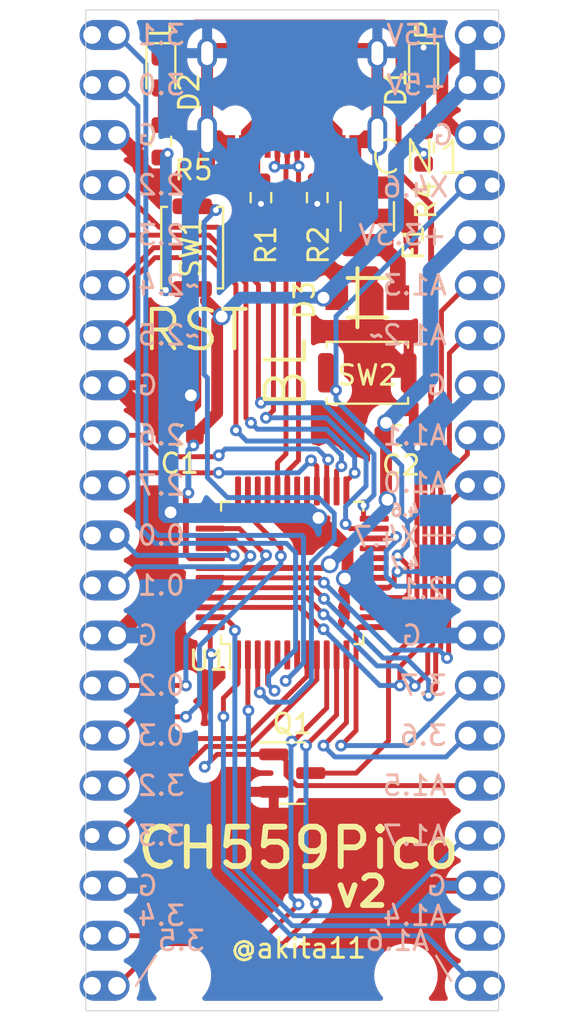
<source format=kicad_pcb>
(kicad_pcb (version 20211014) (generator pcbnew)
  (layers (0 "F.Cu" signal) (31 "B.Cu" signal) (34 "B.Paste" user) (35 "F.Paste" user) (36 "B.SilkS" user "B.Silkscreen") (37 "F.SilkS" user "F.Silkscreen") (38 "B.Mask" user) (39 "F.Mask" user) (44 "Edge.Cuts" user))
  (net 0 "")
  (net 1 "GND")
  (net 2 "+5V")
  (net 3 "+3V3")
  (net 4 "Net-(CN1-PadB5)")
  (net 6 "/UDP")
  (net 7 "/UDM")
  (net 8 "Net-(CN1-PadA5)")
  (net 10 "Net-(CN1-PadA4)")
  (net 11 "Net-(D1-Pad2)")
  (net 12 "Net-(D2-Pad1)")
  (net 13 "/P3.7")
  (net 14 "/P3.6")
  (net 15 "/P3.5")
  (net 16 "/P3.4")
  (net 17 "/P2.0")
  (net 18 "/P2.1")
  (net 19 "/P2.2")
  (net 20 "/P2.3")
  (net 21 "/P2.4")
  (net 22 "/P2.5")
  (net 23 "/P2.6")
  (net 24 "/P2.7")
  (net 25 "/P3.3")
  (net 26 "/P3.2")
  (net 27 "/P3.0")
  (net 28 "/P3.1")
  (net 29 "/P1.3")
  (net 30 "/P1.2")
  (net 31 "/P1.1")
  (net 32 "/P1.0")
  (net 33 "/P0.2")
  (net 34 "/P0.1")
  (net 35 "/P0.0")
  (net 36 "/P1.5")
  (net 37 "/P1.7")
  (net 38 "/P1.4")
  (net 39 "/P1.6")
  (net 40 "/RST")
  (net 41 "/P0.3")
  (net 42 "/P0.4")
  (net 43 "/P0.5")
  (net 44 "/P0.6")
  (net 45 "/P0.7")
  (net 46 "/P5.4")
  (net 47 "/P5.5")
  (net 48 "/P4.0")
  (net 49 "/P4.1")
  (net 50 "/P4.7")
  (net 51 "/P4.6")
  (net 52 "/P4.2")
  (net 53 "/P4.3")
  (net 54 "/P4.4")
  (net 55 "/P4.5")
  (net 56 "Net-(D3-PadA)")
  (net 57 "Net-(D2-Pad2)")
  (footprint "Capacitor_SMD:C_0603_1608Metric" (layer "F.Cu") (at 4.7625 21.59 180)
    (fp_text reference "C1")
    (fp_text value "0.1u")
  )
  (footprint "LED_SMD:LED_0603_1608Metric" (layer "F.Cu") (at 17.145 3.175 -90)
    (fp_text reference "D1")
    (fp_text value "LED")
  )
  (footprint "Resistor_SMD:R_1210_3225Metric" (layer "F.Cu") (at 14.2875 10.4775 90)
    (fp_text reference "F1")
    (fp_text value "Polyfuse")
  )
  (footprint "Package_TO_SOT_SMD:SOT-23" (layer "F.Cu") (at 10.4775 38.735)
    (fp_text reference "Q1")
    (fp_text value "TR_NMOS_IRLML6344")
  )
  (footprint "Resistor_SMD:R_0603_1608Metric" (layer "F.Cu") (at 8.89 9.525 -90)
    (fp_text reference "R1")
    (fp_text value "5.1k")
  )
  (footprint "Resistor_SMD:R_0603_1608Metric" (layer "F.Cu") (at 11.7475 9.525 -90)
    (fp_text reference "R2")
    (fp_text value "5.1k")
  )
  (footprint "Resistor_SMD:R_0603_1608Metric" (layer "F.Cu") (at 17.145 6.985 -90)
    (fp_text reference "R4")
    (fp_text value "1k")
  )
  (footprint "Resistor_SMD:R_0603_1608Metric" (layer "F.Cu") (at 3.81 6.6675 -90)
    (fp_text reference "R5")
    (fp_text value "1k")
  )
  (footprint "Button_Switch_SMD:SW_Push_SPST_NO_Alps_SKRK" (layer "F.Cu") (at 5.3975 12.065 -90)
    (fp_text reference "SW1")
    (fp_text value "SW_Push")
  )
  (footprint "akita:Socker2.54mm_20p_OvalPad" (layer "F.Cu") (at 0.3175 25.4)
    (fp_text reference "J1" hide)
    (fp_text value "Conn_01x20")
  )
  (footprint "Package_QFP:LQFP-48_7x7mm_P0.5mm" (layer "F.Cu") (at 10.4775 28.575 90)
    (fp_text reference "U1")
    (fp_text value "MCU_CH559L")
  )
  (footprint "akita:Socker2.54mm_20p_OvalPad" (layer "F.Cu") (at 20.6375 25.4 180)
    (fp_text reference "J2" hide)
    (fp_text value "Conn_01x20")
  )
  (footprint "Capacitor_SMD:C_0603_1608Metric" (layer "F.Cu") (at 15.875 21.59)
    (fp_text reference "C2")
    (fp_text value "0.1u")
  )
  (footprint "akita:D_SOD123FL" (layer "F.Cu") (at 14.2875 14.605 180)
    (fp_text reference "D3")
    (fp_text value "DIODE")
  )
  (footprint "Button_Switch_SMD:SW_Push_SPST_NO_Alps_SKRK" (layer "F.Cu") (at 14.2875 18.415)
    (fp_text reference "SW2")
    (fp_text value "SW_Push")
  )
  (footprint "akita:USB-C_16P_TH" (layer "F.Cu") (at 10.4775 5.93 180)
    (fp_text reference "CN1")
    (fp_text value "CON_USB-C-16" hide)
  )
  (footprint "LED_SMD:LED_0603_1608Metric" (layer "F.Cu") (at 3.81 3.175 -90)
    (fp_text reference "D2")
    (fp_text value "LED")
  )
  (footprint "MountingHole:MountingHole_2.2mm_M2" (layer "F.Cu") (at 16.25 49)
    (fp_text reference "REF**" hide)
    (fp_text value "MountingHole_2.2mm_M2" hide)
  )
  (footprint "MountingHole:MountingHole_2.2mm_M2" (layer "F.Cu") (at 4.75 49)
    (fp_text reference "REF**" hide)
    (fp_text value "MountingHole_2.2mm_M2" hide)
  )
  (footprint "akita:Pad_SMD1.6mm" (layer "B.Cu") (at 17.75 27.94 180)
    (fp_text reference "J4" hide)
    (fp_text value "Conn_01x01" hide)
  )
  (footprint "akita:Pad_SMD1.6mm" (layer "B.Cu") (at 17.75 25.4 180)
    (fp_text reference "J3" hide)
    (fp_text value "Conn_01x01" hide)
  )
  (gr_line (start 18.542 49.276) (end 17.78 48.006) (layer "B.SilkS") (width 0.12))
  (gr_line (start 2.54 49.53) (end 3.556 48.006) (layer "B.SilkS") (width 0.12))
  (gr_line (start 18.7325 26.67) (end 17.145 26.67) (layer "B.SilkS") (width 0.12))
  (gr_line (start 0 50.8) (end 0 0) (layer "Edge.Cuts") (width 0.05))
  (gr_line (start 0 50.8) (end 20.955 50.8) (layer "Edge.Cuts") (width 0.05))
  (gr_line (start 0 0) (end 20.955 0) (layer "Edge.Cuts") (width 0.05))
  (gr_line (start 20.955 0) (end 20.955 50.8) (layer "Edge.Cuts") (width 0.05))
  (gr_text "A1.6" (at 17.526 47.244) (layer "B.SilkS") (effects (font (size 1 1)) (justify left mirror)))
  (gr_text "0.0" (at 2.54 26.67) (layer "B.SilkS") (effects (font (size 1 1)) (justify right mirror)))
  (gr_text "3.1" (at 2.54 1.27) (layer "B.SilkS") (effects (font (size 1 1)) (justify right mirror)))
  (gr_text "A1.3" (at 18.415 13.97) (layer "B.SilkS") (effects (font (size 1 1)) (justify left mirror)))
  (gr_text "0.3" (at 2.54 36.83) (layer "B.SilkS") (effects (font (size 1 1)) (justify right mirror)))
  (gr_text "3.4" (at 2.54 45.974) (layer "B.SilkS") (effects (font (size 1 1)) (justify right mirror)))
  (gr_text "3.6" (at 18.415 36.83) (layer "B.SilkS") (effects (font (size 1 1)) (justify left mirror)))
  (gr_text "A1.7" (at 18.415 41.91) (layer "B.SilkS") (effects (font (size 1 1)) (justify left mirror)))
  (gr_text "X4.6\n" (at 18.5 9) (layer "B.SilkS") (effects (font (size 1 1)) (justify left mirror)))
  (gr_text "3.0" (at 2.54 3.81) (layer "B.SilkS") (effects (font (size 1 1)) (justify right mirror)))
  (gr_text "X4.7" (at 17 26.75) (layer "B.SilkS") (effects (font (size 1 1)) (justify left mirror)))
  (gr_text "4.7" (at 16.2 28.1) (layer "B.SilkS") (effects (font (size 0.6 0.6)) (justify mirror)))
  (gr_text "~2.5" (at 2.54 16.51) (layer "B.SilkS") (effects (font (size 1 1)) (justify right mirror)))
  (gr_text "~2.4" (at 2.54 13.97) (layer "B.SilkS") (effects (font (size 1 1)) (justify right mirror)))
  (gr_text "G" (at 2.54 31.75) (layer "B.SilkS") (effects (font (size 1 1)) (justify right mirror)))
  (gr_text "2.7" (at 2.54 24.13) (layer "B.SilkS") (effects (font (size 1 1)) (justify right mirror)))
  (gr_text "G" (at 18.75 6.35) (layer "B.SilkS") (effects (font (size 1 1)) (justify left mirror)))
  (gr_text "G" (at 18.415 44.45) (layer "B.SilkS") (effects (font (size 1 1)) (justify left mirror)))
  (gr_text "2.1" (at 18.415 29.4) (layer "B.SilkS") (effects (font (size 1 1)) (justify left mirror)))
  (gr_text "A1.1" (at 18.415 21.59) (layer "B.SilkS") (effects (font (size 1 1)) (justify left mirror)))
  (gr_text "2.2" (at 2.54 8.89) (layer "B.SilkS") (effects (font (size 1 1)) (justify right mirror)))
  (gr_text "G" (at 2.54 6.35) (layer "B.SilkS") (effects (font (size 1 1)) (justify right mirror)))
  (gr_text "2.6" (at 2.54 21.59) (layer "B.SilkS") (effects (font (size 1 1)) (justify right mirror)))
  (gr_text "+3.3V" (at 18.415 11.43) (layer "B.SilkS") (effects (font (size 1 1)) (justify left mirror)))
  (gr_text "G" (at 17.145 31.75) (layer "B.SilkS") (effects (font (size 1 1)) (justify left mirror)))
  (gr_text "3.2" (at 2.54 39.37) (layer "B.SilkS") (effects (font (size 1 1)) (justify right mirror)))
  (gr_text "+5V" (at 18.415 1.27) (layer "B.SilkS") (effects (font (size 1 1)) (justify left mirror)))
  (gr_text "A1.5" (at 18.415 39.37) (layer "B.SilkS") (effects (font (size 1 1)) (justify left mirror)))
  (gr_text "G" (at 2.54 44.45) (layer "B.SilkS") (effects (font (size 1 1)) (justify right mirror)))
  (gr_text "3.3" (at 2.54 41.91) (layer "B.SilkS") (effects (font (size 1 1)) (justify right mirror)))
  (gr_text "4.6" (at 16.2 25.4) (layer "B.SilkS") (effects (font (size 0.6 0.6)) (justify mirror)))
  (gr_text "+5V" (at 18.415 3.81) (layer "B.SilkS") (effects (font (size 1 1)) (justify left mirror)))
  (gr_text "G" (at 18.415 19.05) (layer "B.SilkS") (effects (font (size 1 1)) (justify left mirror)))
  (gr_text "2.3" (at 2.54 11.43) (layer "B.SilkS") (effects (font (size 1 1)) (justify right mirror)))
  (gr_text "3.5" (at 3.556 47.244) (layer "B.SilkS") (effects (font (size 1 1)) (justify right mirror)))
  (gr_text "A1.0" (at 18.415 24) (layer "B.SilkS") (effects (font (size 1 1)) (justify left mirror)))
  (gr_text "A1.4" (at 18.415 45.974) (layer "B.SilkS") (effects (font (size 1 1)) (justify left mirror)))
  (gr_text "G" (at 2.54 19.05) (layer "B.SilkS") (effects (font (size 1 1)) (justify right mirror)))
  (gr_text "0.1" (at 2.54 29.21) (layer "B.SilkS") (effects (font (size 1 1)) (justify right mirror)))
  (gr_text "0.2" (at 2.54 34.29) (layer "B.SilkS") (effects (font (size 1 1)) (justify right mirror)))
  (gr_text "3.7" (at 18.415 34.29) (layer "B.SilkS") (effects (font (size 1 1)) (justify left mirror)))
  (gr_text "A1.2~" (at 18.415 16.51) (layer "B.SilkS") (effects (font (size 1 1)) (justify left mirror)))
  (gr_text "BL" (at 10.16 18.415 90) (layer "F.SilkS") (effects (font (size 2 2) (thickness 0.2))))
  (gr_text "L" (at 3.81 1.016 90) (layer "F.SilkS") (effects (font (size 1 1))))
  (gr_text "@akita11" (at 10.795 47.625) (layer "F.SilkS") (effects (font (size 1 1))))
  (gr_text "P\n" (at 17.272 1.016 90) (layer "F.SilkS") (effects (font (size 1 1))))
  (gr_text "CH559Pico" (at 10.795 42.545) (layer "F.SilkS") (effects (font (size 2 2) (thickness 0.3))))
  (gr_text "v2" (at 14 44.75) (layer "F.SilkS") (effects (font (size 1.5 1.5) (thickness 0.3))))
  (gr_text "RST" (at 5.588 16.256) (layer "F.SilkS") (effects (font (size 2 2) (thickness 0.2))))
  (segment (start 14.7975 6.15) (end 14.7975 1.98) (width 0.6) (layer "F.Cu") (net 1))
  (segment (start 9.4775 44.085) (end 9.8425 44.45) (width 0.25) (layer "F.Cu") (net 1))
  (segment (start 19.3675 6.35) (end 19.05 6.35) (width 0.6) (layer "F.Cu") (net 1))
  (segment (start 18.0975 3.34) (end 17.145 2.3875) (width 0.6) (layer "F.Cu") (net 1))
  (segment (start 6.1575 7.84452) (end 5.089421 8.912599) (width 0.8) (layer "F.Cu") (net 1))
  (segment (start 6.1575 6.15) (end 6.1575 7.84452) (width 0.8) (layer "F.Cu") (net 1))
  (segment (start 6.1575 6.540668) (end 6.1575 6.15) (width 0.8) (layer "F.Cu") (net 1))
  (segment (start 14.64 28.825) (end 13.185663 28.825) (width 0.3) (layer "F.Cu") (net 1))
  (segment (start 2.78259 7.54509) (end 2.78259 8.00416) (width 0.8) (layer "F.Cu") (net 1))
  (segment (start 9.4775 39.685) (end 9.4775 44.085) (width 0.25) (layer "F.Cu") (net 1))
  (segment (start 1.5875 6.35) (end 2.78259 7.54509) (width 0.8) (layer "F.Cu") (net 1))
  (segment (start 6.7225 6.715) (end 6.1575 6.15) (width 0.6) (layer "F.Cu") (net 1))
  (segment (start 3.9875 21.59) (end 3.9875 21.5135) (width 0.8) (layer "F.Cu") (net 1))
  (segment (start 3.68241 8.44491) (end 4.150099 8.912599) (width 0.8) (layer "F.Cu") (net 1))
  (segment (start 17.145 2.3875) (end 17.145 1.905) (width 0.25) (layer "F.Cu") (net 1))
  (segment (start 4.1275 44.45) (end 9.8425 44.45) (width 0.8) (layer "F.Cu") (net 1))
  (segment (start 8.89 10.35) (end 8.7625 10.35) (width 0.25) (layer "F.Cu") (net 1))
  (segment (start 16.3875 18.415) (end 14.710589 16.738089) (width 0.8) (layer "F.Cu") (net 1))
  (segment (start 4.304821 26.137788) (end 4.304821 25.501392) (width 0.8) (layer "F.Cu") (net 1))
  (segment (start 6.1575 1.98) (end 14.7975 1.98) (width 0.6) (layer "F.Cu") (net 1))
  (segment (start 14.710589 16.738089) (end 14.710589 14.274267) (width 0.8) (layer "F.Cu") (net 1))
  (segment (start 4.1275 44.45) (end 1.5875 44.45) (width 0.8) (layer "F.Cu") (net 1))
  (segment (start 3.9875 20.9045) (end 5.334 19.558) (width 0.8) (layer "F.Cu") (net 1))
  (segment (start 12.678089 13.428089) (end 11.75 12.5) (width 0.8) (layer "F.Cu") (net 1))
  (segment (start 11.75 12.5) (end 11.75 10.5) (width 0.8) (layer "F.Cu") (net 1))
  (segment (start 3.9875 21.59) (end 3.9875 20.9045) (width 0.8) (layer "F.Cu") (net 1))
  (segment (start 16.9675 22.085) (end 16.8275 22.225) (width 0.25) (layer "F.Cu") (net 1))
  (segment (start 13.185663 28.825) (end 13.147659 28.863004) (width 0.3) (layer "F.Cu") (net 1))
  (segment (start 13.864411 13.428089) (end 12.678089 13.428089) (width 0.8) (layer "F.Cu") (net 1))
  (segment (start 6.1575 1.98) (end 6.1575 6.15) (width 0.6) (layer "F.Cu") (net 1))
  (segment (start 8.89 9.8425) (end 8.89 10.287) (width 0.25) (layer "F.Cu") (net 1))
  (segment (start 4.304821 29.032679) (end 4.304821 26.137788) (width 0.8) (layer "F.Cu") (net 1))
  (segment (start 16.9675 21.59) (end 16.9675 22.085) (width 0.25) (layer "F.Cu") (net 1))
  (segment (start 3.22334 8.44491) (end 3.68241 8.44491) (width 0.8) (layer "F.Cu") (net 1))
  (segment (start 9.8425 44.45) (end 19.3675 44.45) (width 0.8) (layer "F.Cu") (net 1))
  (segment (start 14.710589 14.274267) (end 13.864411 13.428089) (width 0.8) (layer "F.Cu") (net 1))
  (segment (start 13.6775 6.715) (end 14.2325 6.715) (width 0.6) (layer "F.Cu") (net 1))
  (segment (start 19.05 6.35) (end 18.0975 5.3975) (width 0.6) (layer "F.Cu") (net 1))
  (segment (start 1.5875 31.75) (end 4.304821 29.032679) (width 0.8) (layer "F.Cu") (net 1))
  (segment (start 2.78259 8.00416) (end 3.22334 8.44491) (width 0.8) (layer "F.Cu") (net 1))
  (segment (start 18.0975 5.3975) (end 18.0975 3.34) (width 0.6) (layer "F.Cu") (net 1))
  (segment (start 4.150099 8.912599) (end 5.089421 8.912599) (width 0.8) (layer "F.Cu") (net 1))
  (segment (start 14.2325 6.715) (end 14.7975 6.15) (width 0.6) (layer "F.Cu") (net 1))
  (segment (start 16.65 21.59) (end 16.65 18.682) (width 0.25) (layer "F.Cu") (net 1))
  (segment (start 3.9875 21.5135) (end 1.524 19.05) (width 0.8) (layer "F.Cu") (net 1))
  (segment (start 11.7475 10.35) (end 11.7475 9.8425) (width 0.25) (layer "F.Cu") (net 1))
  (segment (start 13.284902 28.725761) (end 13.147659 28.863004) (width 0.6) (layer "F.Cu") (net 1))
  (segment (start 11.811 25.781) (end 13.284902 27.254902) (width 0.6) (layer "F.Cu") (net 1))
  (segment (start 13.284902 27.254902) (end 13.284902 28.725761) (width 0.6) (layer "F.Cu") (net 1))
  (segment (start 7.2775 6.715) (end 6.7225 6.715) (width 0.6) (layer "F.Cu") (net 1))
  (via (at 16.8275 22.225) (size 0.6) (drill 0.3) (layers "F.Cu" "B.Cu") (net 1))
  (via (at 13.147659 28.863004) (size 0.9) (drill 0.6) (layers "F.Cu" "B.Cu") (net 1))
  (via (at 11.7475 9.8425) (size 0.6) (drill 0.3) (layers "F.Cu" "B.Cu") (net 1))
  (via (at 8.89 9.8425) (size 0.6) (drill 0.3) (layers "F.Cu" "B.Cu") (net 1))
  (via (at 11.811 25.781) (size 0.9) (drill 0.6) (layers "F.Cu" "B.Cu") (net 1))
  (via (at 17.145 1.905) (size 0.6) (drill 0.3) (layers "F.Cu" "B.Cu") (net 1))
  (via (at 4.304821 25.501392) (size 0.9) (drill 0.6) (layers "F.Cu" "B.Cu") (net 1))
  (via (at 5.334 19.558) (size 0.9) (drill 0.6) (layers "F.Cu" "B.Cu") (net 1))
  (segment (start 5.334 19.558) (end 5.334 6.985) (width 0.8) (layer "B.Cu") (net 1))
  (segment (start 4.1275 44.45) (end 1.5875 44.45) (width 0.8) (layer "B.Cu") (net 1))
  (segment (start 14.7975 1.98) (end 17.07 1.98) (width 0.25) (layer "B.Cu") (net 1))
  (segment (start 4.304821 25.501392) (end 4.304821 20.587179) (width 0.8) (layer "B.Cu") (net 1))
  (segment (start 8.89 9.8425) (end 8.89 9.39) (width 0.8) (layer "B.Cu") (net 1))
  (segment (start 5.334 6.985) (end 6.096 6.223) (width 0.8) (layer "B.Cu") (net 1))
  (segment (start 19.3675 31.75) (end 16.034655 31.75) (width 0.8) (layer "B.Cu") (net 1))
  (segment (start 13.597658 29.313003) (end 13.147659 28.863004) (width 0.8) (layer "B.Cu") (net 1))
  (segment (start 11.811 25.781) (end 11.361001 25.331001) (width 0.6) (layer "B.Cu") (net 1))
  (segment (start 19.3675 19.685) (end 16.8275 22.225) (width 0.6) (layer "B.Cu") (net 1))
  (segment (start 1.5875 31.75) (end 4.1275 31.75) (width 0.8) (layer "B.Cu") (net 1))
  (segment (start 4.304821 20.587179) (end 5.334 19.558) (width 0.8) (layer "B.Cu") (net 1))
  (segment (start 4.1275 31.75) (end 4.1275 44.45) (width 0.8) (layer "B.Cu") (net 1))
  (segment (start 17.07 1.98) (end 17.145 1.905) (width 0.25) (layer "B.Cu") (net 1))
  (segment (start 11.361001 25.331001) (end 4.475212 25.331001) (width 0.6) (layer "B.Cu") (net 1))
  (segment (start 8.89 9.39) (end 6.2 6.7) (width 0.8) (layer "B.Cu") (net 1))
  (segment (start 11.7475 9.8425) (end 8.89 9.8425) (width 0.8) (layer "B.Cu") (net 1))
  (segment (start 4.475212 25.331001) (end 4.304821 25.501392) (width 0.6) (layer "B.Cu") (net 1))
  (segment (start 16.034655 31.75) (end 13.597658 29.313003) (width 0.8) (layer "B.Cu") (net 1))
  (segment (start 3.964821 7.4925) (end 4.154821 7.3025) (width 0.25) (layer "F.Cu") (net 2))
  (segment (start 5.2825 27.825) (end 5.08 27.6225) (width 0.3) (layer "F.Cu") (net 2))
  (segment (start 6.315 27.825) (end 5.2825 27.825) (width 0.3) (layer "F.Cu") (net 2))
  (segment (start 6.6675 15.78309) (end 6.6675 20.46) (width 0.6) (layer "F.Cu") (net 2))
  (segment (start 6.8931 15.55749) (end 6.096 14.76039) (width 0.6) (layer "F.Cu") (net 2))
  (segment (start 5.08 27.6225) (end 5.08 24.638) (width 0.3) (layer "F.Cu") (net 2))
  (segment (start 6.8931 15.55749) (end 6.6675 15.78309) (width 0.6) (layer "F.Cu") (net 2))
  (segment (start 17.145 7.81) (end 17.145 7.3025) (width 0.3) (layer "F.Cu") (net 2))
  (segment (start 4.123 14.165) (end 4.064 14.224) (width 0.6) (layer "F.Cu") (net 2))
  (segment (start 5.08 24.638) (end 5.207 24.511) (width 0.3) (layer "F.Cu") (net 2))
  (segment (start 12.7375 14.605) (end 12.065 14.605) (width 0.6) (layer "F.Cu") (net 2))
  (segment (start 5.3975 14.165) (end 4.123 14.165) (width 0.6) (layer "F.Cu") (net 2))
  (segment (start 6.6675 20.46) (end 5.5375 21.59) (width 0.6) (layer "F.Cu") (net 2))
  (segment (start 3.81 7.4925) (end 3.964821 7.4925) (width 0.25) (layer "F.Cu") (net 2))
  (segment (start 5.461 22.098) (end 5.588 21.971) (width 0.3) (layer "F.Cu") (net 2))
  (via (at 4.064 14.224) (size 0.6) (drill 0.3) (layers "F.Cu" "B.Cu") (net 2))
  (via (at 5.461 22.098) (size 0.6) (drill 0.3) (layers "F.Cu" "B.Cu") (net 2))
  (via (at 4.154821 7.3025) (size 0.6) (drill 0.3) (layers "F.Cu" "B.Cu") (net 2))
  (via (at 12.065 14.605) (size 0.9) (drill 0.6) (layers "F.Cu" "B.Cu") (net 2))
  (via (at 17.145 7.3025) (size 0.6) (drill 0.3) (layers "F.Cu" "B.Cu") (net 2))
  (via (at 5.207 24.511) (size 0.6) (drill 0.3) (layers "F.Cu" "B.Cu") (net 2))
  (via (at 6.8931 15.55749) (size 0.9) (drill 0.6) (layers "F.Cu" "B.Cu") (net 2))
  (segment (start 5.207 24.511) (end 5.207 22.352) (width 0.3) (layer "B.Cu") (net 2))
  (segment (start 16.35125 6.82625) (end 19.3675 3.81) (width 0.8) (layer "B.Cu") (net 2))
  (segment (start 6.8931 15.55749) (end 7.84559 14.605) (width 0.6) (layer "B.Cu") (net 2))
  (segment (start 12.065 14.605) (end 15.748511 10.921489) (width 0.8) (layer "B.Cu") (net 2))
  (segment (start 4.064 7.393321) (end 4.154821 7.3025) (width 0.6) (layer "B.Cu") (net 2))
  (segment (start 19.3675 3.81) (end 19.3675 1.27) (width 0.8) (layer "B.Cu") (net 2))
  (segment (start 15.748511 7.746489) (end 15.748511 7.428989) (width 0.8) (layer "B.Cu") (net 2))
  (segment (start 15.748511 10.921489) (end 15.748511 7.746489) (width 0.8) (layer "B.Cu") (net 2))
  (segment (start 15.748511 7.428989) (end 16.35125 6.82625) (width 0.8) (layer "B.Cu") (net 2))
  (segment (start 17.145 7.3025) (end 16.66875 6.82625) (width 0.3) (layer "B.Cu") (net 2))
  (segment (start 4.064 14.224) (end 4.064 7.393321) (width 0.6) (layer "B.Cu") (net 2))
  (segment (start 16.66875 6.82625) (end 16.35125 6.82625) (width 0.3) (layer "B.Cu") (net 2))
  (segment (start 7.84559 14.605) (end 12.065 14.605) (width 0.6) (layer "B.Cu") (net 2))
  (segment (start 5.207 22.352) (end 5.461 22.098) (width 0.3) (layer "B.Cu") (net 2))
  (segment (start 15.31046 24.862476) (end 15.24 24.792016) (width 0.6) (layer "F.Cu") (net 3))
  (segment (start 15.24 21.59) (end 15.24 20.955) (width 0.8) (layer "F.Cu") (net 3))
  (segment (start 15.24 24.792016) (end 15.24 21.7675) (width 0.6) (layer "F.Cu") (net 3))
  (segment (start 6.315 28.325) (end 12.197937 28.325) (width 0.3) (layer "F.Cu") (net 3))
  (segment (start 12.197937 28.325) (end 12.3825 28.140437) (width 0.3) (layer "F.Cu") (net 3))
  (via (at 15.31046 24.862476) (size 0.9) (drill 0.6) (layers "F.Cu" "B.Cu") (net 3))
  (via (at 15.24 20.955) (size 0.9) (drill 0.6) (layers "F.Cu" "B.Cu") (net 3))
  (via (at 12.3825 28.140437) (size 0.9) (drill 0.6) (layers "F.Cu" "B.Cu") (net 3))
  (segment (start 15.31046 24.862476) (end 15.31046 25.212477) (width 0.6) (layer "B.Cu") (net 3))
  (segment (start 17.5 18.695) (end 17.5 13.234) (width 0.8) (layer "B.Cu") (net 3))
  (segment (start 17.5 13.234) (end 19.431 11.303) (width 0.8) (layer "B.Cu") (net 3))
  (segment (start 15.31046 25.212477) (end 12.3825 28.140437) (width 0.6) (layer "B.Cu") (net 3))
  (segment (start 15.24 20.955) (end 17.5 18.695) (width 0.8) (layer "B.Cu") (net 3))
  (segment (start 8.7275 8.5375) (end 8.89 8.7) (width 0.25) (layer "F.Cu") (net 4))
  (segment (start 8.7275 6.715) (end 8.7275 8.5375) (width 0.25) (layer "F.Cu") (net 4))
  (segment (start 10.7275 6.715) (end 10.7275 7.864837) (width 0.25) (layer "F.Cu") (net 6))
  (segment (start 10.795 22.86) (end 10.795 21.59) (width 0.25) (layer "F.Cu") (net 6))
  (segment (start 10.795 7.9375) (end 10.795 21.59) (width 0.25) (layer "F.Cu") (net 6))
  (segment (start 9.7275 7.813719) (end 9.5826 7.958619) (width 0.25) (layer "F.Cu") (net 6))
  (segment (start 10.7275 7.864837) (end 10.800859 7.938196) (width 0.25) (layer "F.Cu") (net 6))
  (segment (start 10.2275 24.4125) (end 10.2275 23.4275) (width 0.25) (layer "F.Cu") (net 6))
  (segment (start 10.2275 23.4275) (end 10.795 22.86) (width 0.25) (layer "F.Cu") (net 6))
  (segment (start 9.7275 6.715) (end 9.7275 7.813719) (width 0.25) (layer "F.Cu") (net 6))
  (via (at 9.5826 7.958619) (size 0.6) (drill 0.3) (layers "F.Cu" "B.Cu") (net 6))
  (via (at 10.800859 7.938196) (size 0.6) (drill 0.3) (layers "F.Cu" "B.Cu") (net 6))
  (segment (start 9.684 7.954922) (end 10.777578 7.954922) (width 0.25) (layer "B.Cu") (net 6))
  (segment (start 10.777578 7.954922) (end 10.795 7.9375) (width 0.25) (layer "B.Cu") (net 6))
  (segment (start 11.2275 6.715) (end 11.2275 6.0205) (width 0.25) (layer "F.Cu") (net 7))
  (segment (start 10.16 22.5425) (end 10.16 7.9375) (width 0.25) (layer "F.Cu") (net 7))
  (segment (start 9.7275 24.4125) (end 9.7275 22.975) (width 0.25) (layer "F.Cu") (net 7))
  (segment (start 11.2275 6.0205) (end 11.069599 5.862599) (width 0.25) (layer "F.Cu") (net 7))
  (segment (start 10.2275 5.89) (end 10.254901 5.862599) (width 0.25) (layer "F.Cu") (net 7))
  (segment (start 10.2275 6.715) (end 10.2275 5.89) (width 0.25) (layer "F.Cu") (net 7))
  (segment (start 10.2275 6.715) (end 10.2275 7.87) (width 0.25) (layer "F.Cu") (net 7))
  (segment (start 10.2275 7.87) (end 10.16 7.9375) (width 0.25) (layer "F.Cu") (net 7))
  (segment (start 9.7275 22.975) (end 10.16 22.5425) (width 0.25) (layer "F.Cu") (net 7))
  (segment (start 10.254901 5.862599) (end 11.069599 5.862599) (width 0.25) (layer "F.Cu") (net 7))
  (segment (start 11.7275 8.68) (end 11.7475 8.7) (width 0.25) (layer "F.Cu") (net 8))
  (segment (start 11.7275 6.715) (end 11.7275 8.68) (width 0.25) (layer "F.Cu") (net 8))
  (segment (start 8.902311 5.385189) (end 12.052689 5.385189) (width 0.4) (layer "F.Cu") (net 10))
  (segment (start 12.827 6.1595) (end 12.827 6.731) (width 0.4) (layer "F.Cu") (net 10))
  (segment (start 12.8775 8.4325) (end 13.46 9.015) (width 0.5) (layer "F.Cu") (net 10))
  (segment (start 13.46 9.015) (end 14.2875 9.015) (width 0.5) (layer "F.Cu") (net 10))
  (segment (start 12.052689 5.385189) (end 12.827 6.1595) (width 0.4) (layer "F.Cu") (net 10))
  (segment (start 8.0775 6.21) (end 8.902311 5.385189) (width 0.4) (layer "F.Cu") (net 10))
  (segment (start 8.0775 6.715) (end 8.0775 6.21) (width 0.4) (layer "F.Cu") (net 10))
  (segment (start 12.8775 6.715) (end 12.8775 8.4325) (width 0.5) (layer "F.Cu") (net 10))
  (segment (start 17.145 3.9625) (end 17.145 6.16) (width 0.25) (layer "F.Cu") (net 11))
  (segment (start 15.365357 33.065193) (end 15.365357 37.091625) (width 0.25) (layer "F.Cu") (net 12))
  (segment (start 16.80732 31.62323) (end 15.365357 33.065193) (width 0.25) (layer "F.Cu") (net 12))
  (segment (start 15.875 8.255) (end 17.526 9.906) (width 0.3) (layer "F.Cu") (net 12))
  (segment (start 15.15069 0.635) (end 15.875 1.35931) (width 0.3) (layer "F.Cu") (net 12))
  (segment (start 17.526 9.906) (end 17.526 19.6215) (width 0.3) (layer "F.Cu") (net 12))
  (segment (start 3.81 2.3875) (end 5.5625 0.635) (width 0.3) (layer "F.Cu") (net 12))
  (segment (start 5.5625 0.635) (end 15.15069 0.635) (width 0.3) (layer "F.Cu") (net 12))
  (segment (start 13.721982 38.735) (end 11.4775 38.735) (width 0.25) (layer "F.Cu") (net 12))
  (segment (start 15.365357 37.091625) (end 13.721982 38.735) (width 0.25) (layer "F.Cu") (net 12))
  (segment (start 17.526 19.6215) (end 17.526 22.381054) (width 0.25) (layer "F.Cu") (net 12))
  (segment (start 17.526 22.381054) (end 16.80732 23.099734) (width 0.25) (layer "F.Cu") (net 12))
  (segment (start 16.80732 23.099734) (end 16.80732 31.62323) (width 0.25) (layer "F.Cu") (net 12))
  (segment (start 15.875 1.35931) (end 15.875 8.255) (width 0.3) (layer "F.Cu") (net 12))
  (segment (start 13.716 36.576) (end 12.954 37.338) (width 0.25) (layer "F.Cu") (net 13))
  (segment (start 13.716 31.496) (end 13.716 36.576) (width 0.25) (layer "F.Cu") (net 13))
  (segment (start 14.64 31.325) (end 13.887 31.325) (width 0.25) (layer "F.Cu") (net 13))
  (segment (start 13.887 31.325) (end 13.716 31.496) (width 0.25) (layer "F.Cu") (net 13))
  (via (at 12.954 37.338) (size 0.6) (drill 0.3) (layers "F.Cu" "B.Cu") (net 13))
  (segment (start 19.3675 34.297879) (end 16.327379 37.338) (width 0.25) (layer "B.Cu") (net 13))
  (segment (start 16.327379 37.338) (end 12.954 37.338) (width 0.25) (layer "B.Cu") (net 13))
  (segment (start 19.3675 34.29) (end 19.3675 34.297879) (width 0.25) (layer "B.Cu") (net 13))
  (segment (start 13.2275 36.1755) (end 12.065 37.338) (width 0.25) (layer "F.Cu") (net 14))
  (segment (start 13.2275 32.7375) (end 13.2275 36.1755) (width 0.25) (layer "F.Cu") (net 14))
  (via (at 12.065 37.338) (size 0.6) (drill 0.3) (layers "F.Cu" "B.Cu") (net 14))
  (segment (start 12.642401 37.915401) (end 12.065 37.338) (width 0.25) (layer "B.Cu") (net 14))
  (segment (start 18.282099 37.915401) (end 12.642401 37.915401) (width 0.25) (layer "B.Cu") (net 14))
  (segment (start 19.3675 36.83) (end 18.282099 37.915401) (width 0.25) (layer "B.Cu") (net 14))
  (segment (start 3.725589 47.391911) (end 10.012089 47.391911) (width 0.25) (layer "F.Cu") (net 15))
  (segment (start 12.7275 32.7375) (end 12.7275 35.7865) (width 0.25) (layer "F.Cu") (net 15))
  (segment (start 11.684 45.72) (end 11.684 45.339) (width 0.25) (layer "F.Cu") (net 15))
  (segment (start 10.012089 47.391911) (end 11.684 45.72) (width 0.25) (layer "F.Cu") (net 15))
  (segment (start 12.7275 35.7865) (end 11.176 37.338) (width 0.25) (layer "F.Cu") (net 15))
  (segment (start 1.5875 49.53) (end 3.725589 47.391911) (width 0.25) (layer "F.Cu") (net 15))
  (via (at 11.176 37.338) (size 0.6) (drill 0.3) (layers "F.Cu" "B.Cu") (net 15))
  (via (at 11.684 45.339) (size 0.6) (drill 0.3) (layers "F.Cu" "B.Cu") (net 15))
  (segment (start 11.176 37.338) (end 11.176 44.831) (width 0.25) (layer "B.Cu") (net 15))
  (segment (start 11.176 44.831) (end 11.684 45.339) (width 0.25) (layer "B.Cu") (net 15))
  (segment (start 9.2016 46.99) (end 10.795 45.3966) (width 0.25) (layer "F.Cu") (net 16))
  (segment (start 10.530297 37.129147) (end 12.2275 35.431944) (width 0.25) (layer "F.Cu") (net 16))
  (segment (start 12.2275 35.431944) (end 12.2275 32.7375) (width 0.25) (layer "F.Cu") (net 16))
  (segment (start 10.453686 37.129147) (end 10.530297 37.129147) (width 0.25) (layer "F.Cu") (net 16))
  (segment (start 1.5875 46.99) (end 9.2016 46.99) (width 0.25) (layer "F.Cu") (net 16))
  (via (at 10.453686 37.129147) (size 0.6) (drill 0.3) (layers "F.Cu" "B.Cu") (net 16))
  (via (at 10.795 45.3966) (size 0.6) (drill 0.3) (layers "F.Cu" "B.Cu") (net 16))
  (segment (start 10.414 37.168833) (end 10.414 45.0156) (width 0.25) (layer "B.Cu") (net 16))
  (segment (start 10.414 45.0156) (end 10.795 45.3966) (width 0.25) (layer "B.Cu") (net 16))
  (segment (start 10.453686 37.129147) (end 10.414 37.168833) (width 0.25) (layer "B.Cu") (net 16))
  (segment (start 15.75 26.75) (end 15.675 26.825) (width 0.25) (layer "F.Cu") (net 18))
  (segment (start 15.675 26.825) (end 14.64 26.825) (width 0.25) (layer "F.Cu") (net 18))
  (via (at 15.75 26.75) (size 0.6) (drill 0.3) (layers "F.Cu" "B.Cu") (net 18))
  (segment (start 15.75 26.948624) (end 15.2428 27.455824) (width 0.25) (layer "B.Cu") (net 18))
  (segment (start 15.2428 28.7428) (end 15.75 29.25) (width 0.25) (layer "B.Cu") (net 18))
  (segment (start 15.2428 27.455824) (end 15.2428 28.7428) (width 0.25) (layer "B.Cu") (net 18))
  (segment (start 15.75 26.75) (end 15.75 26.948624) (width 0.25) (layer "B.Cu") (net 18))
  (segment (start 15.75 29.25) (end 19.5 29.25) (width 0.25) (layer "B.Cu") (net 18))
  (segment (start 9.525 20.32) (end 9.144 20.701) (width 0.25) (layer "F.Cu") (net 19))
  (segment (start 14.64 26.325) (end 13.41907 26.325) (width 0.25) (layer "F.Cu") (net 19))
  (segment (start 3.725089 11.027589) (end 6.709589 11.027589) (width 0.25) (layer "F.Cu") (net 19))
  (segment (start 1.5875 8.89) (end 3.725089 11.027589) (width 0.25) (layer "F.Cu") (net 19))
  (segment (start 9.525 13.843) (end 9.525 19.304) (width 0.25) (layer "F.Cu") (net 19))
  (segment (start 9.525 19.304) (end 9.525 20.32) (width 0.25) (layer "F.Cu") (net 19))
  (segment (start 13.41907 26.325) (end 13.186535 26.092465) (width 0.25) (layer "F.Cu") (net 19))
  (segment (start 6.709589 11.027589) (end 9.525 13.843) (width 0.25) (layer "F.Cu") (net 19))
  (via (at 13.186535 26.092465) (size 0.6) (drill 0.3) (layers "F.Cu" "B.Cu") (net 19))
  (via (at 9.144 20.701) (size 0.6) (drill 0.3) (layers "F.Cu" "B.Cu") (net 19))
  (segment (start 14.224 24.164446) (end 13.186535 25.201911) (width 0.25) (layer "B.Cu") (net 19))
  (segment (start 9.144 20.701) (end 12.216238 20.701) (width 0.25) (layer "B.Cu") (net 19))
  (segment (start 12.216238 20.701) (end 14.224 22.708762) (width 0.25) (layer "B.Cu") (net 19))
  (segment (start 14.224 22.708762) (end 14.224 24.164446) (width 0.25) (layer "B.Cu") (net 19))
  (segment (start 13.186535 25.201911) (end 13.186535 26.092465) (width 0.25) (layer "B.Cu") (net 19))
  (segment (start 14.141 25.825) (end 14.097 25.781) (width 0.25) (layer "F.Cu") (net 20))
  (segment (start 6.250008 11.43) (end 8.763 13.942992) (width 0.25) (layer "F.Cu") (net 20))
  (segment (start 14.64 25.825) (end 14.141 25.825) (width 0.25) (layer "F.Cu") (net 20))
  (segment (start 5.111822 11.43) (end 6.250008 11.43) (width 0.25) (layer "F.Cu") (net 20))
  (segment (start 8.763 19.812) (end 8.89 19.939) (width 0.25) (layer "F.Cu") (net 20))
  (segment (start 8.763 13.942992) (end 8.763 19.812) (width 0.25) (layer "F.Cu") (net 20))
  (segment (start 14.097 25.146) (end 14.097 25.781) (width 0.25) (layer "F.Cu") (net 20))
  (segment (start 1.5875 11.43) (end 5.111822 11.43) (width 0.25) (layer "F.Cu") (net 20))
  (via (at 14.097 25.146) (size 0.6) (drill 0.3) (layers "F.Cu" "B.Cu") (net 20))
  (via (at 8.89 19.939) (size 0.6) (drill 0.3) (layers "F.Cu" "B.Cu") (net 20))
  (segment (start 12.023331 19.939) (end 14.62641 22.542079) (width 0.25) (layer "B.Cu") (net 20))
  (segment (start 8.89 19.939) (end 12.023331 19.939) (width 0.25) (layer "B.Cu") (net 20))
  (segment (start 14.62641 22.542079) (end 14.62641 24.61659) (width 0.25) (layer "B.Cu") (net 20))
  (segment (start 14.62641 24.61659) (end 14.097 25.146) (width 0.25) (layer "B.Cu") (net 20))
  (segment (start 1.5875 13.923543) (end 3.446043 12.065) (width 0.25) (layer "F.Cu") (net 21))
  (segment (start 8.128 13.877085) (end 8.128 20.701) (width 0.25) (layer "F.Cu") (net 21))
  (segment (start 13.2275 24.4125) (end 13.2275 23.91409) (width 0.25) (layer "F.Cu") (net 21))
  (segment (start 8.128 20.701) (end 8.382 20.955) (width 0.25) (layer "F.Cu") (net 21))
  (segment (start 3.446043 12.065) (end 6.315915 12.065) (width 0.25) (layer "F.Cu") (net 21))
  (segment (start 13.2275 23.91409) (end 13.64659 23.495) (width 0.25) (layer "F.Cu") (net 21))
  (segment (start 1.5875 13.97) (end 1.5875 13.923543) (width 0.25) (layer "F.Cu") (net 21))
  (segment (start 6.315915 12.065) (end 8.128 13.877085) (width 0.25) (layer "F.Cu") (net 21))
  (via (at 13.64659 23.495) (size 0.6) (drill 0.3) (layers "F.Cu" "B.Cu") (net 21))
  (via (at 8.382 20.955) (size 0.6) (drill 0.3) (layers "F.Cu" "B.Cu") (net 21))
  (segment (start 12.224547 21.278401) (end 13.64659 22.700444) (width 0.25) (layer "B.Cu") (net 21))
  (segment (start 13.64659 22.700444) (end 13.64659 23.495) (width 0.25) (layer "B.Cu") (net 21))
  (segment (start 8.705401 21.278401) (end 12.224547 21.278401) (width 0.25) (layer "B.Cu") (net 21))
  (segment (start 8.382 20.955) (end 8.705401 21.278401) (width 0.25) (layer "B.Cu") (net 21))
  (segment (start 1.5875 16.51) (end 1.5875 16.4465) (width 0.25) (layer "F.Cu") (net 22))
  (segment (start 2.49991 15.53409) (end 2.49991 13.579533) (width 0.25) (layer "F.Cu") (net 22))
  (segment (start 12.7275 23.403369) (end 12.974879 23.15599) (width 0.25) (layer "F.Cu") (net 22))
  (segment (start 7.62 13.938178) (end 7.62 21.336) (width 0.25) (layer "F.Cu") (net 22))
  (segment (start 1.5875 16.4465) (end 2.49991 15.53409) (width 0.25) (layer "F.Cu") (net 22))
  (segment (start 3.506443 12.573) (end 6.254822 12.573) (width 0.25) (layer "F.Cu") (net 22))
  (segment (start 2.49991 13.579533) (end 3.506443 12.573) (width 0.25) (layer "F.Cu") (net 22))
  (segment (start 6.254822 12.573) (end 7.62 13.938178) (width 0.25) (layer "F.Cu") (net 22))
  (segment (start 12.7275 24.4125) (end 12.7275 23.403369) (width 0.25) (layer "F.Cu") (net 22))
  (via (at 12.974879 23.15599) (size 0.6) (drill 0.3) (layers "F.Cu" "B.Cu") (net 22))
  (via (at 7.62 21.336) (size 0.6) (drill 0.3) (layers "F.Cu" "B.Cu") (net 22))
  (segment (start 12.974879 22.597825) (end 12.974879 23.15599) (width 0.25) (layer "B.Cu") (net 22))
  (segment (start 12.257243 21.880189) (end 12.974879 22.597825) (width 0.25) (layer "B.Cu") (net 22))
  (segment (start 7.62 21.336) (end 8.164189 21.880189) (width 0.25) (layer "B.Cu") (net 22))
  (segment (start 8.164189 21.880189) (end 12.257243 21.880189) (width 0.25) (layer "B.Cu") (net 22))
  (segment (start 2.801984 21.59) (end 1.5875 21.59) (width 0.25) (layer "F.Cu") (net 23))
  (segment (start 12.2275 22.893994) (end 12.301811 22.819683) (width 0.25) (layer "F.Cu") (net 23))
  (segment (start 12.2275 24.4125) (end 12.2275 22.893994) (width 0.25) (layer "F.Cu") (net 23))
  (segment (start 6.680599 22.675401) (end 3.887385 22.675401) (width 0.25) (layer "F.Cu") (net 23))
  (segment (start 3.887385 22.675401) (end 2.801984 21.59) (width 0.25) (layer "F.Cu") (net 23))
  (segment (start 6.75 22.606) (end 6.680599 22.675401) (width 0.25) (layer "F.Cu") (net 23))
  (via (at 6.75 22.606) (size 0.6) (drill 0.3) (layers "F.Cu" "B.Cu") (net 23))
  (via (at 12.301811 22.819683) (size 0.6) (drill 0.3) (layers "F.Cu" "B.Cu") (net 23))
  (segment (start 11.764727 22.282599) (end 12.301811 22.819683) (width 0.25) (layer "B.Cu") (net 23))
  (segment (start 6.75 22.606) (end 7.073401 22.282599) (width 0.25) (layer "B.Cu") (net 23))
  (segment (start 7.073401 22.282599) (end 11.764727 22.282599) (width 0.25) (layer "B.Cu") (net 23))
  (segment (start 11.7275 24.4125) (end 11.7275 23.1575) (width 0.25) (layer "F.Cu") (net 24))
  (segment (start 2.2225 23.495) (end 1.5875 24.13) (width 0.25) (layer "F.Cu") (net 24))
  (segment (start 11.7275 23.1575) (end 11.43 22.86) (width 0.25) (layer "F.Cu") (net 24))
  (segment (start 6.75 23.495) (end 2.2225 23.495) (width 0.25) (layer "F.Cu") (net 24))
  (via (at 6.75 23.495) (size 0.6) (drill 0.3) (layers "F.Cu" "B.Cu") (net 24))
  (via (at 11.43 22.86) (size 0.6) (drill 0.3) (layers "F.Cu" "B.Cu") (net 24))
  (segment (start 6.75 23.495) (end 10.795 23.495) (width 0.25) (layer "B.Cu") (net 24))
  (segment (start 10.795 23.495) (end 11.43 22.86) (width 0.25) (layer "B.Cu") (net 24))
  (segment (start 8.33741 37.38259) (end 6.11491 37.38259) (width 0.25) (layer "F.Cu") (net 25))
  (segment (start 11.7275 33.9925) (end 8.33741 37.38259) (width 0.25) (layer "F.Cu") (net 25))
  (segment (start 6.11491 37.38259) (end 1.5875 41.91) (width 0.25) (layer "F.Cu") (net 25))
  (segment (start 11.7275 32.7375) (end 11.7275 33.9925) (width 0.25) (layer "F.Cu") (net 25))
  (segment (start 11.2275 32.7375) (end 11.2275 33.82035) (width 0.25) (layer "F.Cu") (net 26))
  (segment (start 8.06767 36.98018) (end 3.97732 36.98018) (width 0.25) (layer "F.Cu") (net 26))
  (segment (start 11.2275 33.82035) (end 8.06767 36.98018) (width 0.25) (layer "F.Cu") (net 26))
  (segment (start 3.97732 36.98018) (end 1.5875 39.37) (width 0.25) (layer "F.Cu") (net 26))
  (segment (start 9.2275 34.203167) (end 9.579796 34.555463) (width 0.25) (layer "F.Cu") (net 27))
  (segment (start 9.2275 32.7375) (end 9.2275 34.203167) (width 0.25) (layer "F.Cu") (net 27))
  (via (at 9.579796 34.555463) (size 0.6) (drill 0.3) (layers "F.Cu" "B.Cu") (net 27))
  (segment (start 2.645589 26.201684) (end 2.645589 4.868089) (width 0.25) (layer "B.Cu") (net 27))
  (segment (start 10.181411 27.072411) (end 3.516316 27.072411) (width 0.25) (layer "B.Cu") (net 27))
  (segment (start 10.646589 32.467503) (end 10.646589 27.537589) (width 0.25) (layer "B.Cu") (net 27))
  (segment (start 9.279797 34.255464) (end 9.279797 33.834295) (width 0.25) (layer "B.Cu") (net 27))
  (segment (start 9.579796 34.555463) (end 9.279797 34.255464) (width 0.25) (layer "B.Cu") (net 27))
  (segment (start 2.645589 4.868089) (end 1.5875 3.81) (width 0.25) (layer "B.Cu") (net 27))
  (segment (start 9.279797 33.834295) (end 10.646589 32.467503) (width 0.25) (layer "B.Cu") (net 27))
  (segment (start 3.516316 27.072411) (end 2.645589 26.201684) (width 0.25) (layer "B.Cu") (net 27))
  (segment (start 10.646589 27.537589) (end 10.181411 27.072411) (width 0.25) (layer "B.Cu") (net 27))
  (segment (start 10.7275 33.475) (end 10.149625 34.052875) (width 0.25) (layer "F.Cu") (net 28))
  (segment (start 10.149625 34.052875) (end 10.140421 34.052875) (width 0.25) (layer "F.Cu") (net 28))
  (segment (start 10.7275 32.7375) (end 10.7275 33.475) (width 0.25) (layer "F.Cu") (net 28))
  (via (at 10.140421 34.052875) (size 0.6) (drill 0.3) (layers "F.Cu" "B.Cu") (net 28))
  (segment (start 10.140421 34.052875) (end 11.049 33.144296) (width 0.25) (layer "B.Cu") (net 28))
  (segment (start 10.962654 26.67) (end 3.683 26.67) (width 0.25) (layer "B.Cu") (net 28))
  (segment (start 3.048 26.035) (end 3.048 2.7305) (width 0.25) (layer "B.Cu") (net 28))
  (segment (start 3.683 26.67) (end 3.048 26.035) (width 0.25) (layer "B.Cu") (net 28))
  (segment (start 11.049 26.756346) (end 10.962654 26.67) (width 0.25) (layer "B.Cu") (net 28))
  (segment (start 11.049 33.144296) (end 11.049 26.756346) (width 0.25) (layer "B.Cu") (net 28))
  (segment (start 3.048 2.7305) (end 1.5875 1.27) (width 0.25) (layer "B.Cu") (net 28))
  (segment (start 17.20924 23.55776) (end 17.20924 32.067073) (width 0.25) (layer "F.Cu") (net 29))
  (segment (start 6.315 30.325) (end 10.855357 30.325) (width 0.25) (layer "F.Cu") (net 29))
  (segment (start 15.942759 33.333554) (end 15.942759 34.287819) (width 0.25) (layer "F.Cu") (net 29))
  (segment (start 11.962857 31.4325) (end 12.065 31.4325) (width 0.25) (layer "F.Cu") (net 29))
  (segment (start 18.052679 22.714321) (end 17.20924 23.55776) (width 0.25) (layer "F.Cu") (net 29))
  (segment (start 18.052679 15.284821) (end 18.052679 22.714321) (width 0.25) (layer "F.Cu") (net 29))
  (segment (start 10.855357 30.325) (end 11.962857 31.4325) (width 0.25) (layer "F.Cu") (net 29))
  (segment (start 17.20924 32.067073) (end 15.942759 33.333554) (width 0.25) (layer "F.Cu") (net 29))
  (segment (start 19.3675 13.97) (end 18.052679 15.284821) (width 0.25) (layer "F.Cu") (net 29))
  (via (at 15.942759 34.287819) (size 0.6) (drill 0.3) (layers "F.Cu" "B.Cu") (net 29))
  (via (at 12.065 31.4325) (size 0.6) (drill 0.3) (layers "F.Cu" "B.Cu") (net 29))
  (segment (start 14.920319 34.287819) (end 12.065 31.4325) (width 0.25) (layer "B.Cu") (net 29))
  (segment (start 15.942759 34.287819) (end 14.920319 34.287819) (width 0.25) (layer "B.Cu") (net 29))
  (segment (start 6.315 29.825) (end 11.209913 29.825) (width 0.25) (layer "F.Cu") (net 30))
  (segment (start 17.61116 23.744019) (end 17.61116 32.233553) (width 0.25) (layer "F.Cu") (net 30))
  (segment (start 17.357158 33.653006) (end 16.694661 34.315503) (width 0.25) (layer "F.Cu") (net 30))
  (segment (start 19.3675 16.51) (end 18.45509 17.42241) (width 0.25) (layer "F.Cu") (net 30))
  (segment (start 17.61116 32.233553) (end 17.357158 32.487555) (width 0.25) (layer "F.Cu") (net 30))
  (segment (start 18.45509 22.900089) (end 17.61116 23.744019) (width 0.25) (layer "F.Cu") (net 30))
  (segment (start 11.209913 29.825) (end 12.065 30.680087) (width 0.25) (layer "F.Cu") (net 30))
  (segment (start 18.45509 17.42241) (end 18.45509 22.900089) (width 0.25) (layer "F.Cu") (net 30))
  (segment (start 17.357158 32.487555) (end 17.357158 33.653006) (width 0.25) (layer "F.Cu") (net 30))
  (via (at 16.694661 34.315503) (size 0.6) (drill 0.3) (layers "F.Cu" "B.Cu") (net 30))
  (via (at 12.065 30.680087) (size 0.6) (drill 0.3) (layers "F.Cu" "B.Cu") (net 30))
  (segment (start 16.694661 34.315503) (end 16.694661 34.185167) (width 0.25) (layer "B.Cu") (net 30))
  (segment (start 16.694661 34.185167) (end 15.804904 33.29541) (width 0.25) (layer "B.Cu") (net 30))
  (segment (start 12.178577 30.691521) (end 12.065 30.691521) (width 0.25) (layer "B.Cu") (net 30))
  (segment (start 15.804904 33.29541) (end 14.782466 33.29541) (width 0.25) (layer "B.Cu") (net 30))
  (segment (start 12.065 30.691521) (end 12.065 30.680087) (width 0.25) (layer "B.Cu") (net 30))
  (segment (start 14.782466 33.29541) (end 12.178577 30.691521) (width 0.25) (layer "B.Cu") (net 30))
  (segment (start 6.315 29.325) (end 11.526495 29.325) (width 0.25) (layer "F.Cu") (net 31))
  (segment (start 19.3675 22.556773) (end 18.01308 23.911193) (width 0.25) (layer "F.Cu") (net 31))
  (segment (start 17.759078 34.437922) (end 17.399 34.798) (width 0.25) (layer "F.Cu") (net 31))
  (segment (start 17.759078 32.654035) (end 17.759078 34.437922) (width 0.25) (layer "F.Cu") (net 31))
  (segment (start 18.01308 23.911193) (end 18.01308 32.400033) (width 0.25) (layer "F.Cu") (net 31))
  (segment (start 19.3675 21.59) (end 19.3675 22.556773) (width 0.25) (layer "F.Cu") (net 31))
  (segment (start 18.01308 32.400033) (end 17.759078 32.654035) (width 0.25) (layer "F.Cu") (net 31))
  (segment (start 11.526495 29.325) (end 12.090707 29.889212) (width 0.25) (layer "F.Cu") (net 31))
  (via (at 12.090707 29.889212) (size 0.6) (drill 0.3) (layers "F.Cu" "B.Cu") (net 31))
  (via (at 17.399 34.798) (size 0.6) (drill 0.3) (layers "F.Cu" "B.Cu") (net 31))
  (segment (start 17.399 34.798) (end 17.399 34.036) (width 0.25) (layer "B.Cu") (net 31))
  (segment (start 16.256 32.893) (end 15.094495 32.893) (width 0.25) (layer "B.Cu") (net 31))
  (segment (start 17.399 34.036) (end 16.256 32.893) (width 0.25) (layer "B.Cu") (net 31))
  (segment (start 15.094495 32.893) (end 12.090707 29.889212) (width 0.25) (layer "B.Cu") (net 31))
  (segment (start 18.415 25.0825) (end 18.415 32.813989) (width 0.25) (layer "F.Cu") (net 32))
  (segment (start 11.843078 28.825) (end 12.087938 29.06986) (width 0.25) (layer "F.Cu") (net 32))
  (segment (start 6.315 28.825) (end 11.843078 28.825) (width 0.25) (layer "F.Cu") (net 32))
  (segment (start 18.415 32.813989) (end 18.335989 32.893) (width 0.25) (layer "F.Cu") (net 32))
  (segment (start 19.3675 24.13) (end 18.415 25.0825) (width 0.25) (layer "F.Cu") (net 32))
  (via (at 12.087938 29.06986) (size 0.6) (drill 0.3) (layers "F.Cu" "B.Cu") (net 32))
  (via (at 18.335989 32.893) (size 0.6) (drill 0.3) (layers "F.Cu" "B.Cu") (net 32))
  (segment (start 18.335989 32.893) (end 17.933578 32.490589) (width 0.25) (layer "B.Cu") (net 32))
  (segment (start 17.933578 32.490589) (end 15.508667 32.490589) (width 0.25) (layer "B.Cu") (net 32))
  (segment (start 15.508667 32.490589) (end 12.087938 29.06986) (width 0.25) (layer "B.Cu") (net 32))
  (segment (start 6.315 26.325) (end 7.795049 26.325) (width 0.25) (layer "F.Cu") (net 33))
  (segment (start 7.795049 26.325) (end 9.148948 27.678899) (width 0.25) (layer "F.Cu") (net 33))
  (segment (start 5.08 34.29) (end 1.5875 34.29) (width 0.25) (layer "F.Cu") (net 33))
  (via (at 5.08 34.29) (size 0.6) (drill 0.3) (layers "F.Cu" "B.Cu") (net 33))
  (via (at 9.148948 27.678899) (size 0.6) (drill 0.3) (layers "F.Cu" "B.Cu") (net 33))
  (segment (start 9.148948 27.808056) (end 9.148948 27.678899) (width 0.25) (layer "B.Cu") (net 33))
  (segment (start 5.08 31.877004) (end 9.148948 27.808056) (width 0.25) (layer "B.Cu") (net 33))
  (segment (start 5.08 34.29) (end 5.08 31.877004) (width 0.25) (layer "B.Cu") (net 33))
  (segment (start 6.315 26.825) (end 7.466418 26.825) (width 0.25) (layer "F.Cu") (net 34))
  (segment (start 7.466418 26.825) (end 8.354709 27.713291) (width 0.25) (layer "F.Cu") (net 34))
  (via (at 8.354709 27.713291) (size 0.6) (drill 0.3) (layers "F.Cu" "B.Cu") (net 34))
  (segment (start 2.536066 28.261434) (end 1.5875 29.21) (width 0.25) (layer "B.Cu") (net 34))
  (segment (start 8.354709 27.713291) (end 7.806566 28.261434) (width 0.25) (layer "B.Cu") (net 34))
  (segment (start 7.806566 28.261434) (end 2.536066 28.261434) (width 0.25) (layer "B.Cu") (net 34))
  (segment (start 6.315 27.325) (end 7.149836 27.325) (width 0.25) (layer "F.Cu") (net 35))
  (segment (start 7.149836 27.325) (end 7.508869 27.684033) (width 0.25) (layer "F.Cu") (net 35))
  (via (at 7.508869 27.684033) (size 0.6) (drill 0.3) (layers "F.Cu" "B.Cu") (net 35))
  (segment (start 2.601533 27.684033) (end 1.5875 26.67) (width 0.25) (layer "B.Cu") (net 35))
  (segment (start 7.508869 27.684033) (end 2.601533 27.684033) (width 0.25) (layer "B.Cu") (net 35))
  (segment (start 9.54 37.785) (end 9.845 37.785) (width 0.25) (layer "F.Cu") (net 36))
  (segment (start 9.4775 37.785) (end 7.305 37.785) (width 0.25) (layer "F.Cu") (net 36))
  (segment (start 10.16 38.1) (end 10.16 38.821256) (width 0.25) (layer "F.Cu") (net 36))
  (segment (start 6.315 32.6675) (end 6.35 32.7025) (width 0.25) (layer "F.Cu") (net 36))
  (segment (start 6.665 37.785) (end 6.0325 38.4175) (width 0.25) (layer "F.Cu") (net 36))
  (segment (start 10.16 38.821256) (end 10.708744 39.37) (width 0.25) (layer "F.Cu") (net 36))
  (segment (start 6.315 31.325) (end 6.315 32.6675) (width 0.25) (layer "F.Cu") (net 36))
  (segment (start 10.708744 39.37) (end 19.3675 39.37) (width 0.25) (layer "F.Cu") (net 36))
  (segment (start 7.305 37.785) (end 6.665 37.785) (width 0.25) (layer "F.Cu") (net 36))
  (segment (start 9.845 37.785) (end 10.16 38.1) (width 0.25) (layer "F.Cu") (net 36))
  (via (at 6.35 32.7025) (size 0.6) (drill 0.3) (layers "F.Cu" "B.Cu") (net 36))
  (via (at 6.0325 38.4175) (size 0.6) (drill 0.3) (layers "F.Cu" "B.Cu") (net 36))
  (segment (start 6.332499 38.117501) (end 6.332499 32.720001) (width 0.25) (layer "B.Cu") (net 36))
  (segment (start 6.0325 38.4175) (end 6.332499 38.117501) (width 0.25) (layer "B.Cu") (net 36))
  (segment (start 6.332499 32.720001) (end 6.35 32.7025) (width 0.25) (layer "B.Cu") (net 36))
  (segment (start 8.2275 35.5325) (end 8.255 35.56) (width 0.25) (layer "F.Cu") (net 37))
  (segment (start 8.2275 32.7375) (end 8.2275 35.5325) (width 0.25) (layer "F.Cu") (net 37))
  (via (at 8.255 35.56) (size 0.6) (drill 0.3) (layers "F.Cu" "B.Cu") (net 37))
  (segment (start 15.3035 45.974) (end 10.541 45.974) (width 0.25) (layer "B.Cu") (net 37))
  (segment (start 10.541 45.974) (end 8.255 43.688) (width 0.25) (layer "B.Cu") (net 37))
  (segment (start 19.3675 41.91) (end 15.3035 45.974) (width 0.25) (layer "B.Cu") (net 37))
  (segment (start 8.255 43.688) (end 8.255 35.984264) (width 0.25) (layer "B.Cu") (net 37))
  (segment (start 8.255 35.984264) (end 8.255 35.56) (width 0.25) (layer "B.Cu") (net 37))
  (segment (start 7.565817 31.338317) (end 7.565817 31.496399) (width 0.25) (layer "F.Cu") (net 38))
  (segment (start 6.315 30.825) (end 7.0525 30.825) (width 0.25) (layer "F.Cu") (net 38))
  (segment (start 7.0525 30.825) (end 7.565817 31.338317) (width 0.25) (layer "F.Cu") (net 38))
  (via (at 7.565817 31.496399) (size 0.6) (drill 0.3) (layers "F.Cu" "B.Cu") (net 38))
  (segment (start 7.565817 31.496399) (end 7.565817 43.567912) (width 0.25) (layer "B.Cu") (net 38))
  (segment (start 10.479905 46.482) (end 19.05 46.482) (width 0.25) (layer "B.Cu") (net 38))
  (segment (start 19.304 46.736) (end 19.304 46.99) (width 0.25) (layer "B.Cu") (net 38))
  (segment (start 7.565817 43.567912) (end 10.479905 46.482) (width 0.25) (layer "B.Cu") (net 38))
  (segment (start 19.05 46.482) (end 19.304 46.736) (width 0.25) (layer "B.Cu") (net 38))
  (segment (start 6.985 34.925) (end 6.985 35.8775) (width 0.25) (layer "F.Cu") (net 39))
  (segment (start 7.7275 32.7375) (end 7.7275 34.1825) (width 0.25) (layer "F.Cu") (net 39))
  (segment (start 7.7275 34.1825) (end 6.985 34.925) (width 0.25) (layer "F.Cu") (net 39))
  (via (at 6.985 35.8775) (size 0.6) (drill 0.3) (layers "F.Cu" "B.Cu") (net 39))
  (segment (start 17.272 46.99) (end 19.304 49.022) (width 0.25) (layer "B.Cu") (net 39))
  (segment (start 10.41881 46.99) (end 17.272 46.99) (width 0.25) (layer "B.Cu") (net 39))
  (segment (start 6.985 43.55619) (end 10.41881 46.99) (width 0.25) (layer "B.Cu") (net 39))
  (segment (start 19.304 49.022) (end 19.304 49.53) (width 0.25) (layer "B.Cu") (net 39))
  (segment (start 6.985 43.55619) (end 6.985 35.8775) (width 0.25) (layer "B.Cu") (net 39))
  (segment (start 8.7275 34.53737) (end 8.83241 34.64228) (width 0.25) (layer "F.Cu") (net 40))
  (segment (start 6.409 9.965) (end 6.604 10.16) (width 0.25) (layer "F.Cu") (net 40))
  (segment (start 5.3975 9.965) (end 6.409 9.965) (width 0.25) (layer "F.Cu") (net 40))
  (segment (start 8.7275 32.7375) (end 8.7275 34.53737) (width 0.25) (layer "F.Cu") (net 40))
  (via (at 6.604 10.16) (size 0.6) (drill 0.3) (layers "F.Cu" "B.Cu") (net 40))
  (via (at 8.83241 34.64228) (size 0.6) (drill 0.3) (layers "F.Cu" "B.Cu") (net 40))
  (segment (start 6.01092 18.51092) (end 6.173089 18.673089) (width 0.25) (layer "B.Cu") (net 40))
  (segment (start 9.322504 35.132374) (end 8.83241 34.64228) (width 0.25) (layer "B.Cu") (net 40))
  (segment (start 7.189124 24.75) (end 11.808008 24.75) (width 0.25) (layer "B.Cu") (net 40))
  (segment (start 6.173089 23.733965) (end 7.189124 24.75) (width 0.25) (layer "B.Cu") (net 40))
  (segment (start 11.808008 24.75) (end 12.609624 25.551616) (width 0.25) (layer "B.Cu") (net 40))
  (segment (start 6.173089 18.673089) (end 6.173089 23.733965) (width 0.25) (layer "B.Cu") (net 40))
  (segment (start 12.609624 25.551616) (end 12.609624 26.885305) (width 0.25) (layer "B.Cu") (net 40))
  (segment (start 6.01092 10.75308) (end 6.01092 18.51092) (width 0.25) (layer "B.Cu") (net 40))
  (segment (start 11.45092 34.04908) (end 10.367626 35.132374) (width 0.25) (layer "B.Cu") (net 40))
  (segment (start 6.604 10.16) (end 6.01092 10.75308) (width 0.25) (layer "B.Cu") (net 40))
  (segment (start 11.45092 28.044009) (end 11.45092 34.04908) (width 0.25) (layer "B.Cu") (net 40))
  (segment (start 12.609624 26.885305) (end 11.45092 28.044009) (width 0.25) (layer "B.Cu") (net 40))
  (segment (start 10.367626 35.132374) (end 9.322504 35.132374) (width 0.25) (layer "B.Cu") (net 40))
  (segment (start 8.426754 25.825) (end 9.90009 27.298336) (width 0.25) (layer "F.Cu") (net 41))
  (segment (start 2.54 35.8775) (end 5.08 35.8775) (width 0.25) (layer "F.Cu") (net 41))
  (segment (start 1.5875 36.83) (end 2.54 35.8775) (width 0.25) (layer "F.Cu") (net 41))
  (segment (start 6.315 25.825) (end 8.426754 25.825) (width 0.25) (layer "F.Cu") (net 41))
  (segment (start 9.90009 27.298336) (end 9.90009 27.7226) (width 0.25) (layer "F.Cu") (net 41))
  (via (at 9.90009 27.7226) (size 0.6) (drill 0.3) (layers "F.Cu" "B.Cu") (net 41))
  (via (at 5.08 35.8775) (size 0.6) (drill 0.3) (layers "F.Cu" "B.Cu") (net 41))
  (segment (start 9.90009 28.146864) (end 9.90009 27.7226) (width 0.25) (layer "B.Cu") (net 41))
  (segment (start 5.08 35.8775) (end 5.772599 35.184901) (width 0.25) (layer "B.Cu") (net 41))
  (segment (start 5.772599 35.184901) (end 5.772599 32.274355) (width 0.25) (layer "B.Cu") (net 41))
  (segment (start 5.772599 32.274355) (end 9.90009 28.146864) (width 0.25) (layer "B.Cu") (net 41))
  (segment (start 15.65442 28.665873) (end 15.65442 29.04577) (width 0.25) (layer "F.Cu") (net 50))
  (segment (start 15.819711 28.500582) (end 15.65442 28.665873) (width 0.25) (layer "F.Cu") (net 50))
  (segment (start 15.65442 29.04577) (end 15.37519 29.325) (width 0.25) (layer "F.Cu") (net 50))
  (segment (start 15.37519 29.325) (end 14.64 29.325) (width 0.25) (layer "F.Cu") (net 50))
  (via (at 15.819711 28.500582) (size 0.6) (drill 0.3) (layers "F.Cu" "B.Cu") (net 50))
  (segment (start 16.999418 28.500582) (end 17.5 28) (width 0.25) (layer "B.Cu") (net 50))
  (segment (start 19.3675 26.67) (end 19.08 26.67) (width 0.25) (layer "B.Cu") (net 50))
  (segment (start 15.819711 28.500582) (end 16.999418 28.500582) (width 0.25) (layer "B.Cu") (net 50))
  (segment (start 19.08 26.67) (end 18.25 27.5) (width 0.25) (layer "B.Cu") (net 50))
  (segment (start 16.4054 28.2629) (end 15.8285 27.686) (width 0.25) (layer "F.Cu") (net 51))
  (segment (start 16.4054 29.5946) (end 16.4054 28.2629) (width 0.25) (layer "F.Cu") (net 51))
  (segment (start 14.64 29.825) (end 16.175 29.825) (width 0.25) (layer "F.Cu") (net 51))
  (segment (start 16.175 29.825) (end 16.4054 29.5946) (width 0.25) (layer "F.Cu") (net 51))
  (via (at 12.7 19.304) (size 0.6) (drill 0.3) (layers "F.Cu" "B.Cu") (net 51))
  (via (at 15.8285 27.686) (size 0.6) (drill 0.3) (layers "F.Cu" "B.Cu") (net 51))
  (segment (start 12.7 19.799808) (end 12.7 19.304) (width 0.25) (layer "B.Cu") (net 51))
  (segment (start 16.957526 25.4) (end 16.326911 26.030615) (width 0.25) (layer "B.Cu") (net 51))
  (segment (start 16.326911 26.030615) (end 16.037371 25.741075) (width 0.25) (layer "B.Cu") (net 51))
  (segment (start 15.8285 27.686) (end 16.326911 27.187589) (width 0.25) (layer "B.Cu") (net 51))
  (segment (start 16.037371 23.137179) (end 12.7 19.799808) (width 0.25) (layer "B.Cu") (net 51))
  (segment (start 16.326911 27.187589) (end 16.326911 26.030615) (width 0.25) (layer "B.Cu") (net 51))
  (segment (start 16.037371 25.741075) (end 16.037371 23.137179) (width 0.25) (layer "B.Cu") (net 51))
  (segment (start 17.75 25.4) (end 16.957526 25.4) (width 0.25) (layer "B.Cu") (net 51))
  (segment (start 12.7 15.55) (end 19.25 9) (width 0.25) (layer "B.Cu") (net 51))
  (segment (start 12.7 19.304) (end 12.7 15.55) (width 0.25) (layer "B.Cu") (net 51))
  (segment (start 14.94 11.94) (end 15.8375 12.8375) (width 0.8) (layer "F.Cu") (net 56))
  (segment (start 15.8375 12.8375) (end 15.8375 14.605) (width 0.8) (layer "F.Cu") (net 56))
  (segment (start 14.2875 11.94) (end 14.94 11.94) (width 0.8) (layer "F.Cu") (net 56))
  (segment (start 3.81 5.8425) (end 3.81 3.9625) (width 0.3) (layer "F.Cu") (net 57))
  (zone (net 1) (net_name "GND") (layer "F.Cu") (connect_pads (clearance 0.508)) (min_thickness 0.254) (fill yes (thermal_gap 0.508) (thermal_bridge_width 0.508))
    (polygon (pts (xy 20.955 50.8) (xy 0 50.8) (xy 0 0) (xy 20.955 0)))
  )
  (zone (net 1) (net_name "GND") (layer "B.Cu") (connect_pads (clearance 0.508)) (min_thickness 0.254) (fill yes (thermal_gap 0.508) (thermal_bridge_width 0.508))
    (polygon (pts (xy 20.955 50.8) (xy 0 50.8) (xy 0 0) (xy 20.955 0)))
  )
)
</source>
